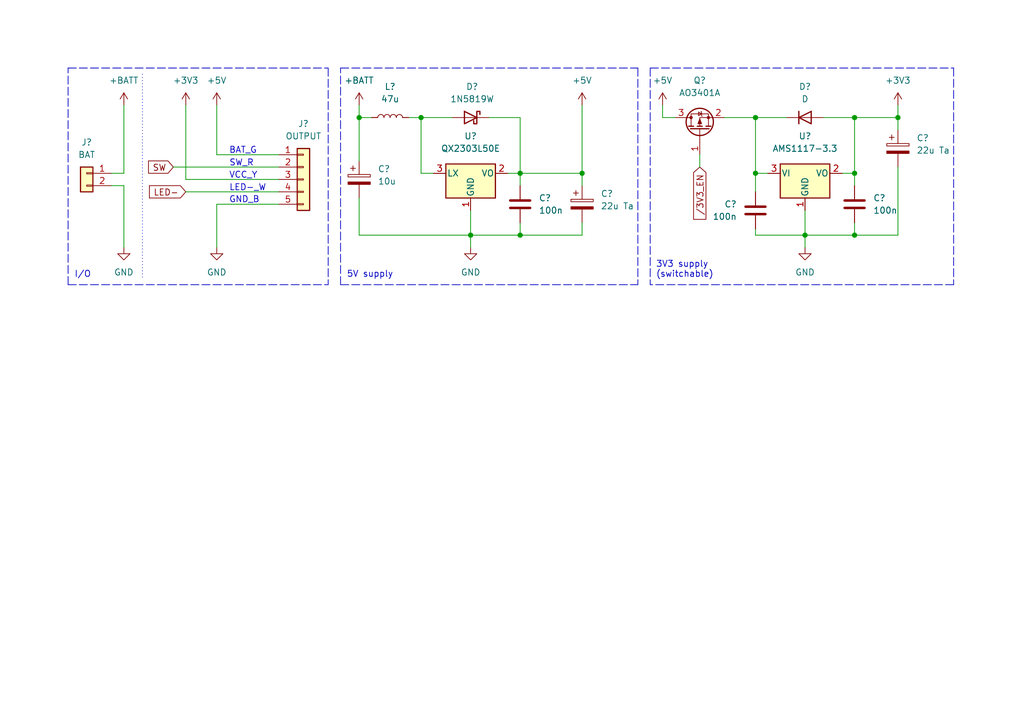
<source format=kicad_sch>
(kicad_sch (version 20211123) (generator eeschema)
  (paper "A5")
  (title_block (title "Napoleon Grill Battery Supply") (date "2024-10-22") (rev "0.1-alpha") (company "Yavook!de") (comment 1 "Napoleon Rogue SE (Special Edition) 425"))
  (lib_symbols
    (symbol "Connector_Generic:Conn_01x02" (pin_names (offset 1.016) hide)
      (property "Reference" "J" (at 0 2.54 0))
      (property "Value" "Conn_01x02" (at 0 -5.08 0))
      (symbol "Conn_01x02_1_1"
        (rectangle (start -1.27 -2.413) (end 0 -2.667) (stroke (width 0.1524)))
        (rectangle (start -1.27 0.127) (end 0 -0.127) (stroke (width 0.1524)))
        (rectangle (start -1.27 1.27) (end 1.27 -3.81) (stroke (width 0.254)) (fill (type background)))
        (pin passive line (at -5.08 0 0) (length 3.81) (name "Pin_1") (number "1"))
        (pin passive line (at -5.08 -2.54 0) (length 3.81) (name "Pin_2") (number "2"))
      )
    )
    (symbol "Connector_Generic:Conn_01x05" (pin_names (offset 1.016) hide)
      (property "Reference" "J" (at 0 7.62 0))
      (property "Value" "Conn_01x05" (at 0 -7.62 0))
      (symbol "Conn_01x05_1_1"
        (rectangle (start -1.27 -4.953) (end 0 -5.207) (stroke (width 0.1524)))
        (rectangle (start -1.27 -2.413) (end 0 -2.667) (stroke (width 0.1524)))
        (rectangle (start -1.27 0.127) (end 0 -0.127) (stroke (width 0.1524)))
        (rectangle (start -1.27 2.667) (end 0 2.413) (stroke (width 0.1524)))
        (rectangle (start -1.27 5.207) (end 0 4.953) (stroke (width 0.1524)))
        (rectangle (start -1.27 6.35) (end 1.27 -6.35) (stroke (width 0.254)) (fill (type background)))
        (pin passive line (at -5.08 5.08 0) (length 3.81) (name "Pin_1") (number "1"))
        (pin passive line (at -5.08 2.54 0) (length 3.81) (name "Pin_2") (number "2"))
        (pin passive line (at -5.08 0 0) (length 3.81) (name "Pin_3") (number "3"))
        (pin passive line (at -5.08 -2.54 0) (length 3.81) (name "Pin_4") (number "4"))
        (pin passive line (at -5.08 -5.08 0) (length 3.81) (name "Pin_5") (number "5"))
      )
    )
    (symbol "Device:C" (pin_numbers hide) (pin_names (offset 0.254))
      (property "Reference" "C" (at 0.635 2.54 0))
      (property "Value" "C" (at 0.635 -2.54 0))
      (symbol "C_0_1"
        (polyline (pts (xy -2.032 -0.762) (xy 2.032 -0.762)) (stroke (width 0.508)))
        (polyline (pts (xy -2.032 0.762) (xy 2.032 0.762)) (stroke (width 0.508)))
      )
      (symbol "C_1_1"
        (pin passive line (at 0 3.81 270) (length 2.794) (name "~") (number "1"))
        (pin passive line (at 0 -3.81 90) (length 2.794) (name "~") (number "2"))
      )
    )
    (symbol "Device:C_Polarized" (pin_numbers hide) (pin_names (offset 0.254))
      (property "Reference" "C" (at 0.635 2.54 0))
      (property "Value" "C_Polarized" (at 0.635 -2.54 0))
      (symbol "C_Polarized_0_1"
        (rectangle (start -2.286 0.508) (end 2.286 1.016))
        (polyline (pts (xy -1.778 2.286) (xy -0.762 2.286)))
        (polyline (pts (xy -1.27 2.794) (xy -1.27 1.778)))
        (rectangle (start 2.286 -0.508) (end -2.286 -1.016) (fill (type outline)))
      )
      (symbol "C_Polarized_1_1"
        (pin passive line (at 0 3.81 270) (length 2.794) (name "~") (number "1"))
        (pin passive line (at 0 -3.81 90) (length 2.794) (name "~") (number "2"))
      )
    )
    (symbol "Device:D" (pin_numbers hide) (pin_names (offset 1.016) hide)
      (property "Reference" "D" (at 0 2.54 0))
      (property "Value" "D" (at 0 -2.54 0))
      (symbol "D_0_1"
        (polyline (pts (xy -1.27 1.27) (xy -1.27 -1.27)) (stroke (width 0.254)))
        (polyline (pts (xy 1.27 0) (xy -1.27 0)))
        (polyline (pts (xy 1.27 1.27) (xy 1.27 -1.27) (xy -1.27 0) (xy 1.27 1.27)) (stroke (width 0.254)))
      )
      (symbol "D_1_1"
        (pin passive line (at -3.81 0 0) (length 2.54) (name "K") (number "1"))
        (pin passive line (at 3.81 0 180) (length 2.54) (name "A") (number "2"))
      )
    )
    (symbol "Device:D_Schottky" (pin_numbers hide) (pin_names (offset 1.016) hide)
      (property "Reference" "D" (at 0 2.54 0))
      (property "Value" "D_Schottky" (at 0 -2.54 0))
      (symbol "D_Schottky_0_1"
        (polyline (pts (xy 1.27 0) (xy -1.27 0)))
        (polyline (pts (xy 1.27 1.27) (xy 1.27 -1.27) (xy -1.27 0) (xy 1.27 1.27)) (stroke (width 0.254)))
        (polyline (pts (xy -1.905 0.635) (xy -1.905 1.27) (xy -1.27 1.27) (xy -1.27 -1.27) (xy -0.635 -1.27) (xy -0.635 -0.635)) (stroke (width 0.254)))
      )
      (symbol "D_Schottky_1_1"
        (pin passive line (at -3.81 0 0) (length 2.54) (name "K") (number "1"))
        (pin passive line (at 3.81 0 180) (length 2.54) (name "A") (number "2"))
      )
    )
    (symbol "Device:L" (pin_numbers hide) (pin_names (offset 1.016) hide)
      (property "Reference" "L" (at -1.27 0 90))
      (property "Value" "L" (at 1.905 0 90))
      (symbol "L_0_1"
        (arc (start 0 -2.54) (mid 0.635 -1.905) (end 0 -1.27))
        (arc (start 0 -1.27) (mid 0.635 -0.635) (end 0 0))
        (arc (start 0 0) (mid 0.635 0.635) (end 0 1.27))
        (arc (start 0 1.27) (mid 0.635 1.905) (end 0 2.54))
      )
      (symbol "L_1_1"
        (pin passive line (at 0 3.81 270) (length 1.27) (name "1") (number "1"))
        (pin passive line (at 0 -3.81 90) (length 1.27) (name "2") (number "2"))
      )
    )
    (symbol "Regulator_Linear:AMS1117-3.3" (pin_names (offset 0.254))
      (property "Reference" "U" (at -3.81 3.175 0))
      (property "Value" "AMS1117-3.3" (at 0 3.175 0))
      (symbol "AMS1117-3.3_0_1"
        (rectangle (start -5.08 -5.08) (end 5.08 1.905) (stroke (width 0.254)) (fill (type background)))
      )
      (symbol "AMS1117-3.3_1_1"
        (pin power_in line (at 0 -7.62 90) (length 2.54) (name "GND") (number "1"))
        (pin power_out line (at 7.62 0 180) (length 2.54) (name "VO") (number "2"))
        (pin power_in line (at -7.62 0 0) (length 2.54) (name "VI") (number "3"))
      )
    )
    (symbol "Transistor_FET:AO3401A" (pin_names hide)
      (property "Reference" "Q" (at 5.08 1.905 0))
      (property "Value" "AO3401A" (at 5.08 0 0))
      (symbol "AO3401A_0_1"
        (polyline (pts (xy 0.254 0) (xy -2.54 0)))
        (polyline (pts (xy 0.254 1.905) (xy 0.254 -1.905)) (stroke (width 0.254)))
        (polyline (pts (xy 0.762 -1.27) (xy 0.762 -2.286)) (stroke (width 0.254)))
        (polyline (pts (xy 0.762 0.508) (xy 0.762 -0.508)) (stroke (width 0.254)))
        (polyline (pts (xy 0.762 2.286) (xy 0.762 1.27)) (stroke (width 0.254)))
        (polyline (pts (xy 2.54 2.54) (xy 2.54 1.778)))
        (polyline (pts (xy 2.54 -2.54) (xy 2.54 0) (xy 0.762 0)))
        (polyline (pts (xy 0.762 1.778) (xy 3.302 1.778) (xy 3.302 -1.778) (xy 0.762 -1.778)))
        (polyline (pts (xy 2.286 0) (xy 1.27 0.381) (xy 1.27 -0.381) (xy 2.286 0)) (fill (type outline)))
        (polyline (pts (xy 2.794 -0.508) (xy 2.921 -0.381) (xy 3.683 -0.381) (xy 3.81 -0.254)))
        (polyline (pts (xy 3.302 -0.381) (xy 2.921 0.254) (xy 3.683 0.254) (xy 3.302 -0.381)))
        (circle (center 1.651 0) (radius 2.794) (stroke (width 0.254)))
        (circle (center 2.54 -1.778) (radius 0.254) (fill (type outline)))
        (circle (center 2.54 1.778) (radius 0.254) (fill (type outline)))
      )
      (symbol "AO3401A_1_1"
        (pin input line (at -5.08 0 0) (length 2.54) (name "G") (number "1"))
        (pin passive line (at 2.54 -5.08 90) (length 2.54) (name "S") (number "2"))
        (pin passive line (at 2.54 5.08 270) (length 2.54) (name "D") (number "3"))
      )
    )
    (symbol "mini-boards:QX2303L50E" (pin_names (offset 0.254))
      (property "Reference" "U" (at -3.81 3.175 0))
      (property "Value" "QX2303L50E" (at 0 3.175 0))
      (symbol "QX2303L50E_0_1"
        (rectangle (start -5.08 -5.08) (end 5.08 1.905) (stroke (width 0.254)) (fill (type background)))
      )
      (symbol "QX2303L50E_1_1"
        (pin power_in line (at 0 -7.62 90) (length 2.54) (name "GND") (number "1"))
        (pin power_out line (at 7.62 0 180) (length 2.54) (name "VO") (number "2"))
        (pin open_collector line (at -7.62 0 0) (length 2.54) (name "LX") (number "3"))
      )
    )
    (symbol "power:+3V3" (power) (pin_names (offset 0))
      (property "Value" "+3V3" (at 0 3.556 0))
      (symbol "+3V3_0_1"
        (polyline (pts (xy -0.762 1.27) (xy 0 2.54)))
        (polyline (pts (xy 0 0) (xy 0 2.54)))
        (polyline (pts (xy 0 2.54) (xy 0.762 1.27)))
      )
      (symbol "+3V3_1_1"
        (pin power_in line (at 0 0 90) (length 0) hide (name "+3V3") (number "1"))
      )
    )
    (symbol "power:+5V" (power) (pin_names (offset 0))
      (property "Value" "+5V" (at 0 3.556 0))
      (symbol "+5V_0_1"
        (polyline (pts (xy -0.762 1.27) (xy 0 2.54)))
        (polyline (pts (xy 0 0) (xy 0 2.54)))
        (polyline (pts (xy 0 2.54) (xy 0.762 1.27)))
      )
      (symbol "+5V_1_1"
        (pin power_in line (at 0 0 90) (length 0) hide (name "+5V") (number "1"))
      )
    )
    (symbol "power:+BATT" (power) (pin_names (offset 0))
      (property "Value" "+BATT" (at 0 3.556 0))
      (symbol "+BATT_0_1"
        (polyline (pts (xy -0.762 1.27) (xy 0 2.54)))
        (polyline (pts (xy 0 0) (xy 0 2.54)))
        (polyline (pts (xy 0 2.54) (xy 0.762 1.27)))
      )
      (symbol "+BATT_1_1"
        (pin power_in line (at 0 0 90) (length 0) hide (name "+BATT") (number "1"))
      )
    )
    (symbol "power:GND" (power) (pin_names (offset 0))
      (property "Value" "GND" (at 0 -3.81 0))
      (symbol "GND_0_1"
        (polyline (pts (xy 0 0) (xy 0 -1.27) (xy 1.27 -1.27) (xy 0 -2.54) (xy -1.27 -1.27) (xy 0 -1.27)))
      )
      (symbol "GND_1_1"
        (pin power_in line (at 0 0 270) (length 0) hide (name "GND") (number "1"))
      )
    )
  )
  (junction (at 96.52 48.26))
  (junction (at 106.68 48.26))
  (junction (at 154.94 35.56))
  (junction (at 119.38 35.56))
  (junction (at 154.94 24.13))
  (junction (at 175.26 48.26))
  (junction (at 86.36 24.13))
  (junction (at 165.1 48.26))
  (junction (at 184.15 24.13))
  (junction (at 73.66 24.13))
  (junction (at 175.26 35.56))
  (junction (at 106.68 35.56))
  (junction (at 175.26 24.13))
  (wire (pts (xy 106.68 35.56) (xy 119.38 35.56)))
  (wire (pts (xy 135.89 24.13) (xy 138.43 24.13)))
  (wire (pts (xy 168.91 24.13) (xy 175.26 24.13)))
  (wire (pts (xy 44.45 41.91) (xy 44.45 50.8)))
  (polyline (pts (xy 133.35 13.97) (xy 195.58 13.97)))
  (wire (pts (xy 96.52 43.18) (xy 96.52 48.26)))
  (wire (pts (xy 35.56 34.29) (xy 57.15 34.29)))
  (wire (pts (xy 154.94 48.26) (xy 165.1 48.26)))
  (wire (pts (xy 38.1 39.37) (xy 57.15 39.37)))
  (wire (pts (xy 175.26 24.13) (xy 175.26 35.56)))
  (wire (pts (xy 175.26 24.13) (xy 184.15 24.13)))
  (wire (pts (xy 25.4 21.59) (xy 25.4 35.56)))
  (polyline (pts (xy 13.97 58.42) (xy 67.31 58.42)))
  (wire (pts (xy 22.86 38.1) (xy 25.4 38.1)))
  (polyline (pts (xy 29.21 15.24) (xy 29.21 57.15)) (stroke (width 0) (type dot)))
  (wire (pts (xy 22.86 35.56) (xy 25.4 35.56)))
  (wire (pts (xy 175.26 45.72) (xy 175.26 48.26)))
  (polyline (pts (xy 195.58 13.97) (xy 195.58 58.42)))
  (wire (pts (xy 184.15 21.59) (xy 184.15 24.13)))
  (wire (pts (xy 119.38 21.59) (xy 119.38 35.56)))
  (wire (pts (xy 104.14 35.56) (xy 106.68 35.56)))
  (wire (pts (xy 135.89 21.59) (xy 135.89 24.13)))
  (wire (pts (xy 73.66 24.13) (xy 76.2 24.13)))
  (wire (pts (xy 73.66 48.26) (xy 96.52 48.26)))
  (wire (pts (xy 143.51 31.75) (xy 143.51 34.29)))
  (wire (pts (xy 119.38 35.56) (xy 119.38 38.1)))
  (wire (pts (xy 175.26 35.56) (xy 175.26 38.1)))
  (wire (pts (xy 184.15 48.26) (xy 175.26 48.26)))
  (wire (pts (xy 184.15 34.29) (xy 184.15 48.26)))
  (polyline (pts (xy 130.81 13.97) (xy 130.81 58.42)))
  (polyline (pts (xy 195.58 58.42) (xy 133.35 58.42)))
  (wire (pts (xy 154.94 46.99) (xy 154.94 48.26)))
  (wire (pts (xy 86.36 24.13) (xy 92.71 24.13)))
  (wire (pts (xy 38.1 36.83) (xy 57.15 36.83)))
  (wire (pts (xy 73.66 21.59) (xy 73.66 24.13)))
  (wire (pts (xy 119.38 45.72) (xy 119.38 48.26)))
  (wire (pts (xy 44.45 31.75) (xy 57.15 31.75)))
  (wire (pts (xy 86.36 35.56) (xy 86.36 24.13)))
  (polyline (pts (xy 69.85 58.42) (xy 69.85 13.97)))
  (wire (pts (xy 106.68 45.72) (xy 106.68 48.26)))
  (polyline (pts (xy 67.31 13.97) (xy 67.31 58.42)))
  (wire (pts (xy 119.38 48.26) (xy 106.68 48.26)))
  (polyline (pts (xy 69.85 58.42) (xy 130.81 58.42)))
  (wire (pts (xy 73.66 33.02) (xy 73.66 24.13)))
  (wire (pts (xy 44.45 41.91) (xy 57.15 41.91)))
  (wire (pts (xy 165.1 48.26) (xy 165.1 43.18)))
  (wire (pts (xy 96.52 48.26) (xy 96.52 50.8)))
  (wire (pts (xy 184.15 24.13) (xy 184.15 26.67)))
  (wire (pts (xy 165.1 48.26) (xy 165.1 50.8)))
  (wire (pts (xy 154.94 24.13) (xy 161.29 24.13)))
  (wire (pts (xy 154.94 35.56) (xy 154.94 24.13)))
  (wire (pts (xy 157.48 35.56) (xy 154.94 35.56)))
  (wire (pts (xy 106.68 48.26) (xy 96.52 48.26)))
  (wire (pts (xy 73.66 40.64) (xy 73.66 48.26)))
  (polyline (pts (xy 13.97 13.97) (xy 67.31 13.97)))
  (polyline (pts (xy 69.85 13.97) (xy 130.81 13.97)))
  (wire (pts (xy 83.82 24.13) (xy 86.36 24.13)))
  (wire (pts (xy 175.26 48.26) (xy 165.1 48.26)))
  (polyline (pts (xy 13.97 58.42) (xy 13.97 13.97)))
  (wire (pts (xy 44.45 21.59) (xy 44.45 31.75)))
  (wire (pts (xy 106.68 24.13) (xy 106.68 35.56)))
  (wire (pts (xy 106.68 35.56) (xy 106.68 38.1)))
  (wire (pts (xy 100.33 24.13) (xy 106.68 24.13)))
  (wire (pts (xy 154.94 35.56) (xy 154.94 39.37)))
  (wire (pts (xy 148.59 24.13) (xy 154.94 24.13)))
  (wire (pts (xy 172.72 35.56) (xy 175.26 35.56)))
  (polyline (pts (xy 133.35 13.97) (xy 133.35 58.42)))
  (wire (pts (xy 88.9 35.56) (xy 86.36 35.56)))
  (wire (pts (xy 38.1 36.83) (xy 38.1 21.59)))
  (wire (pts (xy 25.4 38.1) (xy 25.4 50.8)))
  (text "I/O" (at 15.24 57.15 0) (effects (font (size 1.27 1.27)) (justify left bottom)))
  (text "VCC_Y" (at 46.9596 36.8053 0) (effects (font (size 1.27 1.27)) (justify left bottom)))
  (text "GND_B" (at 46.9596 41.8209 0) (effects (font (size 1.27 1.27)) (justify left bottom)))
  (text "5V supply" (at 71.0957 57.1325 0) (effects (font (size 1.27 1.27)) (justify left bottom)))
  (text "SW_R" (at 46.99 34.29 0) (effects (font (size 1.27 1.27)) (justify left bottom)))
  (text "BAT_G" (at 46.9596 31.6893 0) (effects (font (size 1.27 1.27)) (justify left bottom)))
  (text "LED-_W" (at 46.99 39.37 0) (effects (font (size 1.27 1.27)) (justify left bottom)))
  (text "3V3 supply\n(switchable)" (at 134.5093 57.1325 0) (effects (font (size 1.27 1.27)) (justify left bottom)))
  (global_label "LED-" (shape input) (at 38.1 39.37 180) (property "Referenzen zwischen Schaltplänen" "${INTERSHEET_REFS}" (effects hide)))
  (global_label "{slash}3V3_EN" (shape input) (at 143.51 34.29 270) (property "Referenzen zwischen Schaltplänen" "${INTERSHEET_REFS}" (effects hide)))
  (global_label "SW" (shape input) (at 35.56 34.29 180) (property "Referenzen zwischen Schaltplänen" "${INTERSHEET_REFS}" (effects hide)))
  (symbol (lib_id "Device:D") (at 165.1 24.13 0) (unit 1)
    (property "Reference" "D?" (at 165.1 17.78 0))
    (property "Value" "D" (at 165.1 20.32 0))
  )
  (symbol (lib_id "power:GND") (at 165.1 50.8 0) (unit 1)
    (property "Reference" "#PWR0111" (effects hide))
    (property "Value" "GND" (at 165.1 55.88 0))
  )
  (symbol (lib_id "power:+5V") (at 119.38 21.59 0) (unit 1)
    (property "Reference" "#PWR0107" (effects hide))
    (property "Value" "+5V" (at 119.38 16.51 0))
  )
  (symbol (lib_id "Device:C_Polarized") (at 119.38 41.91 0) (unit 1)
    (property "Reference" "C?" (at 123.19 39.7509 0) (effects (justify left)))
    (property "Value" "22u Ta" (at 123.19 42.2909 0) (effects (justify left)))
    (property "Footprint" "Capacitor_SMD:C_1206_3216Metric_Pad1.33x1.80mm_HandSolder" (effects hide))
  )
  (symbol (lib_id "Device:D_Schottky") (at 96.52 24.13 0) (mirror y) (unit 1)
    (property "Reference" "D?" (at 96.8375 17.78 0))
    (property "Value" "1N5819W" (at 96.8375 20.32 0))
    (property "Footprint" "Diode_SMD:D_SOD-123" (effects hide))
  )
  (symbol (lib_id "power:+5V") (at 44.45 21.59 0) (unit 1)
    (property "Reference" "#PWR0101" (effects hide))
    (property "Value" "+5V" (at 44.45 16.51 0))
  )
  (symbol (lib_id "power:+5V") (at 135.89 21.59 0) (unit 1)
    (property "Reference" "#PWR0106" (effects hide))
    (property "Value" "+5V" (at 135.89 16.51 0))
  )
  (symbol (lib_id "Device:C") (at 154.94 43.18 0) (mirror x) (unit 1)
    (property "Reference" "C?" (at 151.13 41.9099 0) (effects (justify right)))
    (property "Value" "100n" (at 151.13 44.4499 0) (effects (justify right)))
  )
  (symbol (lib_id "Device:C") (at 106.68 41.91 0) (unit 1)
    (property "Reference" "C?" (at 110.49 40.6399 0) (effects (justify left)))
    (property "Value" "100n" (at 110.49 43.1799 0) (effects (justify left)))
  )
  (symbol (lib_id "power:GND") (at 44.45 50.8 0) (unit 1)
    (property "Reference" "#PWR0105" (effects hide))
    (property "Value" "GND" (at 44.45 55.88 0))
  )
  (symbol (lib_id "Device:C_Polarized") (at 73.66 36.83 0) (unit 1)
    (property "Reference" "C?" (at 77.47 34.6709 0) (effects (justify left)))
    (property "Value" "10u" (at 77.47 37.2109 0) (effects (justify left)))
    (property "Footprint" "Capacitor_SMD:CP_Elec_4x5.4" (effects hide))
  )
  (symbol (lib_id "power:+BATT") (at 25.4 21.59 0) (unit 1)
    (property "Reference" "#PWR0103" (effects hide))
    (property "Value" "+BATT" (at 25.4 16.51 0))
  )
  (symbol (lib_id "Device:L") (at 80.01 24.13 90) (unit 1)
    (property "Reference" "L?" (at 80.01 17.78 90))
    (property "Value" "47u" (at 80.01 20.32 90))
    (property "Footprint" "Inductor_SMD:L_10.4x10.4_H4.8" (effects hide))
  )
  (symbol (lib_id "power:GND") (at 96.52 50.8 0) (unit 1)
    (property "Reference" "#PWR0109" (effects hide))
    (property "Value" "GND" (at 96.52 55.88 0))
  )
  (symbol (lib_id "power:GND") (at 25.4 50.8 0) (unit 1)
    (property "Reference" "#PWR0104" (effects hide))
    (property "Value" "GND" (at 25.4 55.88 0))
  )
  (symbol (lib_id "Device:C_Polarized") (at 184.15 30.48 0) (unit 1)
    (property "Reference" "C?" (at 187.96 28.3209 0) (effects (justify left)))
    (property "Value" "22u Ta" (at 187.96 30.8609 0) (effects (justify left)))
    (property "Footprint" "Capacitor_SMD:C_1206_3216Metric_Pad1.33x1.80mm_HandSolder" (effects hide))
  )
  (symbol (lib_id "power:+3V3") (at 38.1 21.59 0) (unit 1)
    (property "Reference" "#PWR0102" (effects hide))
    (property "Value" "+3V3" (at 38.1 16.51 0))
  )
  (symbol (lib_id "Regulator_Linear:AMS1117-3.3") (at 165.1 35.56 0) (unit 1)
    (property "Reference" "U?" (at 165.1 27.94 0))
    (property "Value" "AMS1117-3.3" (at 165.1 30.48 0))
    (property "Footprint" "Package_TO_SOT_SMD:SOT-223-3_TabPin2" (effects hide))
    (property "Datasheet" "http://www.advanced-monolithic.com/pdf/ds1117.pdf" (effects hide))
  )
  (symbol (lib_id "power:+3V3") (at 184.15 21.59 0) (unit 1)
    (property "Reference" "#PWR0110" (effects hide))
    (property "Value" "+3V3" (at 184.15 16.51 0))
  )
  (symbol (lib_id "Transistor_FET:AO3401A") (at 143.51 26.67 90) (unit 1)
    (property "Reference" "Q?" (at 143.51 16.51 90))
    (property "Value" "AO3401A" (at 143.51 19.05 90))
    (property "Footprint" "Package_TO_SOT_SMD:SOT-23" (effects hide))
    (property "Datasheet" "http://www.aosmd.com/pdfs/datasheet/AO3401A.pdf" (effects hide))
  )
  (symbol (lib_id "Connector_Generic:Conn_01x02") (at 17.78 35.56 0) (mirror y) (unit 1)
    (property "Reference" "J?" (at 17.78 29.21 0))
    (property "Value" "BAT" (at 17.78 31.75 0))
  )
  (symbol (lib_id "Device:C") (at 175.26 41.91 0) (unit 1)
    (property "Reference" "C?" (at 179.07 40.6399 0) (effects (justify left)))
    (property "Value" "100n" (at 179.07 43.1799 0) (effects (justify left)))
  )
  (symbol (lib_id "power:+BATT") (at 73.66 21.59 0) (unit 1)
    (property "Reference" "#PWR0108" (effects hide))
    (property "Value" "+BATT" (at 73.66 16.51 0))
  )
  (symbol (lib_id "mini-boards:QX2303L50E") (at 96.52 35.56 0) (unit 1)
    (property "Reference" "U?" (at 96.52 27.94 0))
    (property "Value" "QX2303L50E" (at 96.52 30.48 0))
    (property "Footprint" "Package_TO_SOT_SMD:SOT-89-3_Handsoldering" (effects hide))
    (property "Datasheet" "https://www.lcsc.com/datasheet/lcsc_datasheet_1809201531_QX-Micro-Devices-QX2303L50TO_C236066.pdf" (effects hide))
  )
  (symbol (lib_id "Connector_Generic:Conn_01x05") (at 62.23 36.83 0) (unit 1)
    (property "Reference" "J?" (at 62.23 25.4 0))
    (property "Value" "OUTPUT" (at 62.23 27.94 0))
  )
)
</source>
